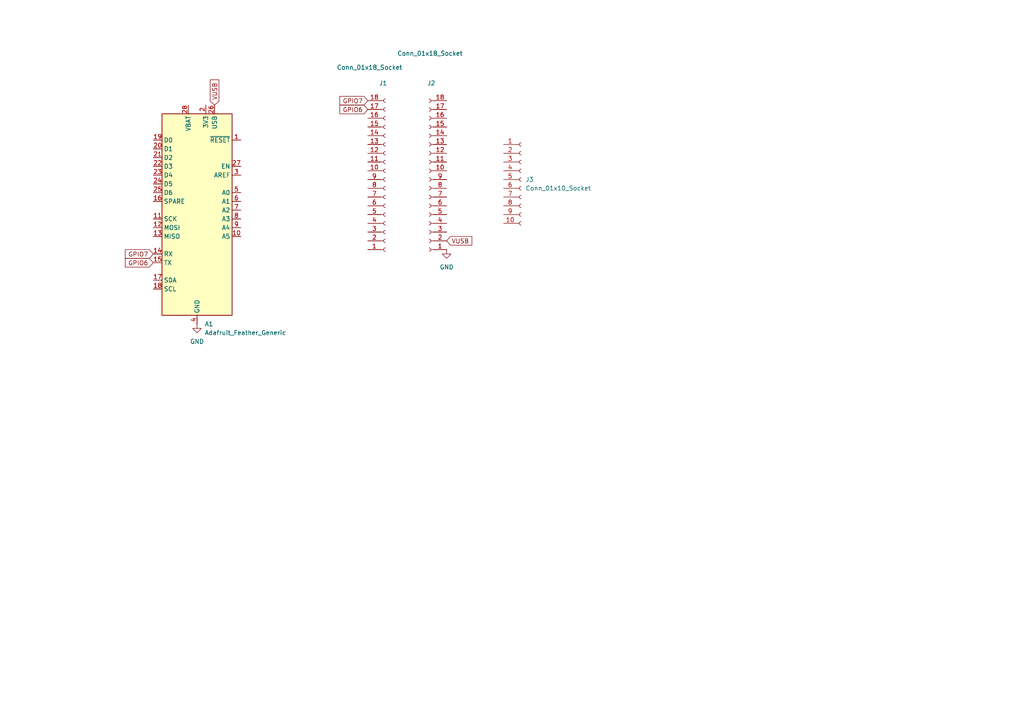
<source format=kicad_sch>
(kicad_sch (version 20231120) (generator "eeschema") (generator_version "8.0")
  (paper "A4")
  (lib_symbols
    (symbol "Connector:Conn_01x10_Socket" (pin_names (offset 1.016) hide)
      (property "Reference" "J" (at 0 12.7 0))
      (property "Value" "Conn_01x10_Socket" (at 0 -15.24 0))
      (symbol "Conn_01x10_Socket_1_1"
        (arc (start 0 -12.192) (mid -0.5058 -12.7) (end 0 -13.208) (stroke (width 0.1524)))
        (arc (start 0 -9.652) (mid -0.5058 -10.16) (end 0 -10.668) (stroke (width 0.1524)))
        (arc (start 0 -7.112) (mid -0.5058 -7.62) (end 0 -8.128) (stroke (width 0.1524)))
        (arc (start 0 -4.572) (mid -0.5058 -5.08) (end 0 -5.588) (stroke (width 0.1524)))
        (arc (start 0 -2.032) (mid -0.5058 -2.54) (end 0 -3.048) (stroke (width 0.1524)))
        (polyline (pts (xy -1.27 -12.7) (xy -0.508 -12.7)) (stroke (width 0.1524)))
        (polyline (pts (xy -1.27 -10.16) (xy -0.508 -10.16)) (stroke (width 0.1524)))
        (polyline (pts (xy -1.27 -7.62) (xy -0.508 -7.62)) (stroke (width 0.1524)))
        (polyline (pts (xy -1.27 -5.08) (xy -0.508 -5.08)) (stroke (width 0.1524)))
        (polyline (pts (xy -1.27 -2.54) (xy -0.508 -2.54)) (stroke (width 0.1524)))
        (polyline (pts (xy -1.27 0) (xy -0.508 0)) (stroke (width 0.1524)))
        (polyline (pts (xy -1.27 2.54) (xy -0.508 2.54)) (stroke (width 0.1524)))
        (polyline (pts (xy -1.27 5.08) (xy -0.508 5.08)) (stroke (width 0.1524)))
        (polyline (pts (xy -1.27 7.62) (xy -0.508 7.62)) (stroke (width 0.1524)))
        (polyline (pts (xy -1.27 10.16) (xy -0.508 10.16)) (stroke (width 0.1524)))
        (arc (start 0 0.508) (mid -0.5058 0) (end 0 -0.508) (stroke (width 0.1524)))
        (arc (start 0 3.048) (mid -0.5058 2.54) (end 0 2.032) (stroke (width 0.1524)))
        (arc (start 0 5.588) (mid -0.5058 5.08) (end 0 4.572) (stroke (width 0.1524)))
        (arc (start 0 8.128) (mid -0.5058 7.62) (end 0 7.112) (stroke (width 0.1524)))
        (arc (start 0 10.668) (mid -0.5058 10.16) (end 0 9.652) (stroke (width 0.1524)))
        (pin passive line (at -5.08 10.16 0) (length 3.81) (name "Pin_1") (number "1"))
        (pin passive line (at -5.08 -12.7 0) (length 3.81) (name "Pin_10") (number "10"))
        (pin passive line (at -5.08 7.62 0) (length 3.81) (name "Pin_2") (number "2"))
        (pin passive line (at -5.08 5.08 0) (length 3.81) (name "Pin_3") (number "3"))
        (pin passive line (at -5.08 2.54 0) (length 3.81) (name "Pin_4") (number "4"))
        (pin passive line (at -5.08 0 0) (length 3.81) (name "Pin_5") (number "5"))
        (pin passive line (at -5.08 -2.54 0) (length 3.81) (name "Pin_6") (number "6"))
        (pin passive line (at -5.08 -5.08 0) (length 3.81) (name "Pin_7") (number "7"))
        (pin passive line (at -5.08 -7.62 0) (length 3.81) (name "Pin_8") (number "8"))
        (pin passive line (at -5.08 -10.16 0) (length 3.81) (name "Pin_9") (number "9"))
      )
    )
    (symbol "Connector:Conn_01x18_Socket" (pin_names (offset 1.016) hide)
      (property "Reference" "J" (at 0 22.86 0))
      (property "Value" "Conn_01x18_Socket" (at 0 -25.4 0))
      (symbol "Conn_01x18_Socket_1_1"
        (arc (start 0 -22.352) (mid -0.5058 -22.86) (end 0 -23.368) (stroke (width 0.1524)))
        (arc (start 0 -19.812) (mid -0.5058 -20.32) (end 0 -20.828) (stroke (width 0.1524)))
        (arc (start 0 -17.272) (mid -0.5058 -17.78) (end 0 -18.288) (stroke (width 0.1524)))
        (arc (start 0 -14.732) (mid -0.5058 -15.24) (end 0 -15.748) (stroke (width 0.1524)))
        (arc (start 0 -12.192) (mid -0.5058 -12.7) (end 0 -13.208) (stroke (width 0.1524)))
        (arc (start 0 -9.652) (mid -0.5058 -10.16) (end 0 -10.668) (stroke (width 0.1524)))
        (arc (start 0 -7.112) (mid -0.5058 -7.62) (end 0 -8.128) (stroke (width 0.1524)))
        (arc (start 0 -4.572) (mid -0.5058 -5.08) (end 0 -5.588) (stroke (width 0.1524)))
        (arc (start 0 -2.032) (mid -0.5058 -2.54) (end 0 -3.048) (stroke (width 0.1524)))
        (polyline (pts (xy -1.27 -22.86) (xy -0.508 -22.86)) (stroke (width 0.1524)))
        (polyline (pts (xy -1.27 -20.32) (xy -0.508 -20.32)) (stroke (width 0.1524)))
        (polyline (pts (xy -1.27 -17.78) (xy -0.508 -17.78)) (stroke (width 0.1524)))
        (polyline (pts (xy -1.27 -15.24) (xy -0.508 -15.24)) (stroke (width 0.1524)))
        (polyline (pts (xy -1.27 -12.7) (xy -0.508 -12.7)) (stroke (width 0.1524)))
        (polyline (pts (xy -1.27 -10.16) (xy -0.508 -10.16)) (stroke (width 0.1524)))
        (polyline (pts (xy -1.27 -7.62) (xy -0.508 -7.62)) (stroke (width 0.1524)))
        (polyline (pts (xy -1.27 -5.08) (xy -0.508 -5.08)) (stroke (width 0.1524)))
        (polyline (pts (xy -1.27 -2.54) (xy -0.508 -2.54)) (stroke (width 0.1524)))
        (polyline (pts (xy -1.27 0) (xy -0.508 0)) (stroke (width 0.1524)))
        (polyline (pts (xy -1.27 2.54) (xy -0.508 2.54)) (stroke (width 0.1524)))
        (polyline (pts (xy -1.27 5.08) (xy -0.508 5.08)) (stroke (width 0.1524)))
        (polyline (pts (xy -1.27 7.62) (xy -0.508 7.62)) (stroke (width 0.1524)))
        (polyline (pts (xy -1.27 10.16) (xy -0.508 10.16)) (stroke (width 0.1524)))
        (polyline (pts (xy -1.27 12.7) (xy -0.508 12.7)) (stroke (width 0.1524)))
        (polyline (pts (xy -1.27 15.24) (xy -0.508 15.24)) (stroke (width 0.1524)))
        (polyline (pts (xy -1.27 17.78) (xy -0.508 17.78)) (stroke (width 0.1524)))
        (polyline (pts (xy -1.27 20.32) (xy -0.508 20.32)) (stroke (width 0.1524)))
        (arc (start 0 0.508) (mid -0.5058 0) (end 0 -0.508) (stroke (width 0.1524)))
        (arc (start 0 3.048) (mid -0.5058 2.54) (end 0 2.032) (stroke (width 0.1524)))
        (arc (start 0 5.588) (mid -0.5058 5.08) (end 0 4.572) (stroke (width 0.1524)))
        (arc (start 0 8.128) (mid -0.5058 7.62) (end 0 7.112) (stroke (width 0.1524)))
        (arc (start 0 10.668) (mid -0.5058 10.16) (end 0 9.652) (stroke (width 0.1524)))
        (arc (start 0 13.208) (mid -0.5058 12.7) (end 0 12.192) (stroke (width 0.1524)))
        (arc (start 0 15.748) (mid -0.5058 15.24) (end 0 14.732) (stroke (width 0.1524)))
        (arc (start 0 18.288) (mid -0.5058 17.78) (end 0 17.272) (stroke (width 0.1524)))
        (arc (start 0 20.828) (mid -0.5058 20.32) (end 0 19.812) (stroke (width 0.1524)))
        (pin passive line (at -5.08 20.32 0) (length 3.81) (name "Pin_1") (number "1"))
        (pin passive line (at -5.08 -2.54 0) (length 3.81) (name "Pin_10") (number "10"))
        (pin passive line (at -5.08 -5.08 0) (length 3.81) (name "Pin_11") (number "11"))
        (pin passive line (at -5.08 -7.62 0) (length 3.81) (name "Pin_12") (number "12"))
        (pin passive line (at -5.08 -10.16 0) (length 3.81) (name "Pin_13") (number "13"))
        (pin passive line (at -5.08 -12.7 0) (length 3.81) (name "Pin_14") (number "14"))
        (pin passive line (at -5.08 -15.24 0) (length 3.81) (name "Pin_15") (number "15"))
        (pin passive line (at -5.08 -17.78 0) (length 3.81) (name "Pin_16") (number "16"))
        (pin passive line (at -5.08 -20.32 0) (length 3.81) (name "Pin_17") (number "17"))
        (pin passive line (at -5.08 -22.86 0) (length 3.81) (name "Pin_18") (number "18"))
        (pin passive line (at -5.08 17.78 0) (length 3.81) (name "Pin_2") (number "2"))
        (pin passive line (at -5.08 15.24 0) (length 3.81) (name "Pin_3") (number "3"))
        (pin passive line (at -5.08 12.7 0) (length 3.81) (name "Pin_4") (number "4"))
        (pin passive line (at -5.08 10.16 0) (length 3.81) (name "Pin_5") (number "5"))
        (pin passive line (at -5.08 7.62 0) (length 3.81) (name "Pin_6") (number "6"))
        (pin passive line (at -5.08 5.08 0) (length 3.81) (name "Pin_7") (number "7"))
        (pin passive line (at -5.08 2.54 0) (length 3.81) (name "Pin_8") (number "8"))
        (pin passive line (at -5.08 0 0) (length 3.81) (name "Pin_9") (number "9"))
      )
    )
    (symbol "MCU_Module:Adafruit_Feather_Generic"
      (property "Reference" "A" (at -10.16 29.21 0))
      (property "Value" "Adafruit_Feather_Generic" (at 2.54 -31.75 0))
      (symbol "Adafruit_Feather_Generic_0_1"
        (rectangle (start -10.16 27.94) (end 10.16 -30.48) (stroke (width 0.254)) (fill (type background)))
      )
      (symbol "Adafruit_Feather_Generic_1_1"
        (pin input line (at 12.7 20.32 180) (length 2.54) (name "~{RESET}") (number "1"))
        (pin bidirectional line (at 12.7 -7.62 180) (length 2.54) (name "A5") (number "10"))
        (pin bidirectional line (at -12.7 -2.54 0) (length 2.54) (name "SCK") (number "11"))
        (pin bidirectional line (at -12.7 -5.08 0) (length 2.54) (name "MOSI") (number "12"))
        (pin bidirectional line (at -12.7 -7.62 0) (length 2.54) (name "MISO") (number "13"))
        (pin bidirectional line (at -12.7 -12.7 0) (length 2.54) (name "RX") (number "14"))
        (pin bidirectional line (at -12.7 -15.24 0) (length 2.54) (name "TX") (number "15"))
        (pin bidirectional line (at -12.7 2.54 0) (length 2.54) (name "SPARE") (number "16"))
        (pin bidirectional line (at -12.7 -20.32 0) (length 2.54) (name "SDA") (number "17"))
        (pin bidirectional line (at -12.7 -22.86 0) (length 2.54) (name "SCL") (number "18"))
        (pin bidirectional line (at -12.7 20.32 0) (length 2.54) (name "D0") (number "19"))
        (pin power_in line (at 2.54 30.48 270) (length 2.54) (name "3V3") (number "2"))
        (pin bidirectional line (at -12.7 17.78 0) (length 2.54) (name "D1") (number "20"))
        (pin bidirectional line (at -12.7 15.24 0) (length 2.54) (name "D2") (number "21"))
        (pin bidirectional line (at -12.7 12.7 0) (length 2.54) (name "D3") (number "22"))
        (pin bidirectional line (at -12.7 10.16 0) (length 2.54) (name "D4") (number "23"))
        (pin bidirectional line (at -12.7 7.62 0) (length 2.54) (name "D5") (number "24"))
        (pin bidirectional line (at -12.7 5.08 0) (length 2.54) (name "D6") (number "25"))
        (pin power_in line (at 5.08 30.48 270) (length 2.54) (name "USB") (number "26"))
        (pin input line (at 12.7 12.7 180) (length 2.54) (name "EN") (number "27"))
        (pin power_in line (at -2.54 30.48 270) (length 2.54) (name "VBAT") (number "28"))
        (pin input line (at 12.7 10.16 180) (length 2.54) (name "AREF") (number "3"))
        (pin power_in line (at 0 -33.02 90) (length 2.54) (name "GND") (number "4"))
        (pin bidirectional line (at 12.7 5.08 180) (length 2.54) (name "A0") (number "5"))
        (pin bidirectional line (at 12.7 2.54 180) (length 2.54) (name "A1") (number "6"))
        (pin bidirectional line (at 12.7 0 180) (length 2.54) (name "A2") (number "7"))
        (pin bidirectional line (at 12.7 -2.54 180) (length 2.54) (name "A3") (number "8"))
        (pin bidirectional line (at 12.7 -5.08 180) (length 2.54) (name "A4") (number "9"))
      )
    )
    (symbol "power:GND" (power) (pin_numbers hide) (pin_names (offset 0) hide)
      (property "Value" "GND" (at 0 -3.81 0))
      (symbol "GND_0_1"
        (polyline (pts (xy 0 0) (xy 0 -1.27) (xy 1.27 -1.27) (xy 0 -2.54) (xy -1.27 -1.27) (xy 0 -1.27)))
      )
      (symbol "GND_1_1"
        (pin power_in line (at 0 0 270) (length 0) (name "~") (number "1"))
      )
    )
  )
  (global_label "VUSB" (shape input) (at 62.23 30.48 90) (property "Intersheetrefs" "${INTERSHEET_REFS}" (effects (hide yes))))
  (global_label "GPIO6" (shape input) (at 106.68 31.75 180) (property "Intersheetrefs" "${INTERSHEET_REFS}" (effects (hide yes))))
  (global_label "GPIO7" (shape input) (at 106.68 29.21 180) (property "Intersheetrefs" "${INTERSHEET_REFS}" (effects (hide yes))))
  (global_label "GPIO7" (shape input) (at 44.45 73.66 180) (property "Intersheetrefs" "${INTERSHEET_REFS}" (effects (hide yes))))
  (global_label "VUSB" (shape input) (at 129.54 69.85 0) (property "Intersheetrefs" "${INTERSHEET_REFS}" (effects (hide yes))))
  (global_label "GPIO6" (shape input) (at 44.45 76.2 180) (property "Intersheetrefs" "${INTERSHEET_REFS}" (effects (hide yes))))
  (symbol (lib_id "Connector:Conn_01x18_Socket") (at 111.76 52.07 0) (mirror x) (unit 1)
    (property "Reference" "J1" (at 111.125 24.13 0))
    (property "Value" "Conn_01x18_Socket" (at 107.188 19.558 0))
    (property "Footprint" "Connector_PinSocket_2.54mm:PinSocket_1x18_P2.54mm_Vertical" (effects (hide yes)))
    (property "Description" "Generic connector, single row, 01x18, script generated" (effects (hide yes)))
  )
  (symbol (lib_id "Connector:Conn_01x10_Socket") (at 151.13 52.07 0) (unit 1)
    (property "Reference" "J3" (at 152.4 52.0699 0) (effects (justify left)))
    (property "Value" "Conn_01x10_Socket" (at 152.4 54.6099 0) (effects (justify left)))
    (property "Footprint" "Connector_PinSocket_2.54mm:PinSocket_1x10_P2.54mm_Vertical" (effects (hide yes)))
    (property "Description" "Generic connector, single row, 01x10, script generated" (effects (hide yes)))
  )
  (symbol (lib_id "power:GND") (at 129.54 72.39 0) (unit 1)
    (property "Reference" "#PWR02" (effects (hide yes)))
    (property "Value" "GND" (at 129.54 77.47 0))
    (property "Description" "Power symbol creates a global label with name \"GND\" , ground" (effects (hide yes)))
  )
  (symbol (lib_id "MCU_Module:Adafruit_Feather_Generic") (at 57.15 60.96 0) (unit 1)
    (property "Reference" "A1" (at 59.3441 93.98 0) (effects (justify left)))
    (property "Value" "Adafruit_Feather_Generic" (at 59.3441 96.52 0) (effects (justify left)))
    (property "Footprint" "Module:Adafruit_Feather" (effects (hide yes)))
    (property "Datasheet" "https://cdn-learn.adafruit.com/downloads/pdf/adafruit-feather.pdf" (effects (hide yes)))
    (property "Description" "Microcontroller module in various flavor, generic symbol" (effects (hide yes)))
  )
  (symbol (lib_id "power:GND") (at 57.15 93.98 0) (unit 1)
    (property "Reference" "#PWR01" (effects (hide yes)))
    (property "Value" "GND" (at 57.15 99.06 0))
    (property "Description" "Power symbol creates a global label with name \"GND\" , ground" (effects (hide yes)))
  )
  (symbol (lib_id "Connector:Conn_01x18_Socket") (at 124.46 52.07 180) (unit 1)
    (property "Reference" "J2" (at 125.095 24.13 0))
    (property "Value" "Conn_01x18_Socket" (at 124.714 15.494 0))
    (property "Footprint" "Connector_PinSocket_2.54mm:PinSocket_1x18_P2.54mm_Vertical" (effects (hide yes)))
    (property "Description" "Generic connector, single row, 01x18, script generated" (effects (hide yes)))
  )
)
</source>
